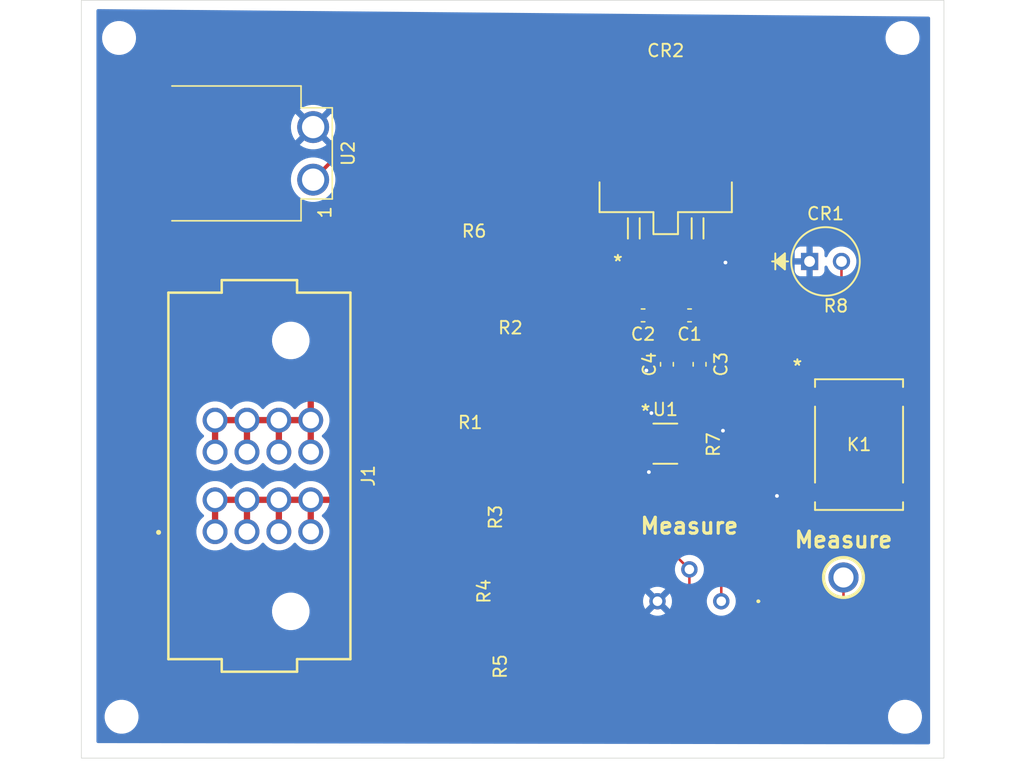
<source format=kicad_pcb>
(kicad_pcb (version 20241229) (generator "pcbnew") (generator_version "9.0")
  (layers (0 "F.Cu" signal) (2 "B.Cu" signal) (13 "F.Paste" user) (15 "B.Paste" user) (5 "F.SilkS" user "F.Silkscreen") (7 "B.SilkS" user "B.Silkscreen") (1 "F.Mask" user) (3 "B.Mask" user) (25 "Edge.Cuts" user))
  (net 0 "")
  (net 1 "01")
  (net 2 "Net-(R1-Pad2)")
  (net 3 "Net-(R3-Pad1)")
  (net 4 "Net-(R4-Pad1)")
  (net 5 "/V_DIV")
  (net 6 "Net-(K1-Pad1)")
  (net 7 "/V_IND")
  (net 8 "Net-(CR1-Pad2)")
  (net 9 "+5V")
  (net 12 "GND")
  (net 14 "/V_LOW_REF")
  (net 15 "02")
  (net 16 "Net-(R2-Pad2)")
  (net 17 "/12V Master")
  (footprint "Footprints:RES_ERA2A_PAN" (layer "F.Cu") (at 166.0699 85.8 180)
    (property "Reference" "R6" (at -0.009 1.4 0) (layer "F.SilkS"))
    (property "Value" "8.4K")
    (pad "1" smd rect (at -0.4699 0 180) (size 0.5588 0.6096) (layers "F.Cu" "F.Mask" "F.Paste") (net 16 "Net-(R2-Pad2)"))
    (pad "2" smd rect (at 0.4699 0 180) (size 0.5588 0.6096) (layers "F.Cu" "F.Mask" "F.Paste") (net 15 "02"))
  )
  (footprint "Footprints:D2PAK_STM" (layer "F.Cu") (at 181.3391 78.0812)
    (property "Reference" "CR2" (at 0 -8.0712 0) (layer "F.SilkS"))
    (property "Value" "L7805ACD2T-TR")
    (fp_line (start -5.2705 2.425049) (end -5.2705 4.8006) (stroke (width 0.1524)) (layer "F.SilkS"))
    (fp_line (start -5.2705 4.8006) (end -0.9779 4.8006) (stroke (width 0.1524)) (layer "F.SilkS"))
    (fp_line (start -3.0099 5.2832) (end -3.0099 6.9088) (stroke (width 0.1524)) (layer "F.SilkS"))
    (fp_line (start -2.0701 5.2832) (end -2.0701 6.9088) (stroke (width 0.1524)) (layer "F.SilkS"))
    (fp_line (start -0.9779 4.8006) (end -0.9779 6.5532) (stroke (width 0.1524)) (layer "F.SilkS"))
    (fp_line (start -0.9779 6.5532) (end 0.9779 6.5532) (stroke (width 0.1524)) (layer "F.SilkS"))
    (fp_line (start 0.9779 4.8006) (end 5.2705 4.8006) (stroke (width 0.1524)) (layer "F.SilkS"))
    (fp_line (start 0.9779 6.5532) (end 0.9779 4.8006) (stroke (width 0.1524)) (layer "F.SilkS"))
    (fp_line (start 2.0701 5.2832) (end 2.0701 6.9088) (stroke (width 0.1524)) (layer "F.SilkS"))
    (fp_line (start 3.0099 5.2832) (end 3.0099 6.9088) (stroke (width 0.1524)) (layer "F.SilkS"))
    (fp_line (start 5.2705 4.8006) (end 5.2705 2.425049) (stroke (width 0.1524)) (layer "F.SilkS"))
    (fp_text user "*" (at -3.81 8.763 0) (layer "F.SilkS"))
    (fp_text user "*" (at -3.81 8.763 0) (layer "F.SilkS"))
    (pad "1" smd rect (at -2.54 8.763) (size 0.9906 2.9972) (layers "F.Cu" "F.Mask" "F.Paste") (net 17 "/12V Master"))
    (pad "2" smd rect (at 2.54 8.763) (size 0.9906 2.9972) (layers "F.Cu" "F.Mask" "F.Paste") (net 12 "GND"))
    (pad "3" smd rect (at 0 -2.2479) (size 10.3378 8.7122) (layers "F.Cu" "F.Mask" "F.Paste") (net 9 "+5V"))
  )
  (footprint "Resistor_SMD:R_0201_0603Metric" (layer "F.Cu") (at 186.6391 101.51 90)
    (property "Reference" "R7" (at 0.1 -1.5 90) (layer "F.SilkS"))
    (property "Value" "1.2K")
    (pad "1" smd roundrect (at -0.32 0 90) (size 0.46 0.4) (layers "F.Cu" "F.Mask") (net 6 "Net-(K1-Pad1)"))
    (pad "2" smd roundrect (at 0.32 0 90) (size 0.46 0.4) (layers "F.Cu" "F.Mask") (net 7 "/V_IND"))
  )
  (footprint "Footprints:5005" (layer "F.Cu") (at 195.5 112)
    (property "Reference" "RED_TP1" (hide yes))
    (property "Value" "5005" (hide yes))
    (property "Measure" "Measure" (at 0 -3 0) (layer "F.SilkS") (effects (font (size 1.27 1.27) (thickness 0.254))))
    (fp_circle (center 0 0) (end 1.59 0) (stroke (width 0.254)) (fill no) (layer "F.SilkS"))
    (pad "1" thru_hole circle (at 0 0 90) (size 2.4 2.4) (drill 1.6) (layers "*.Cu" "*.Mask") (net 14 "/V_LOW_REF"))
  )
  (footprint "Resistor_SMD:R_0201_0603Metric" (layer "F.Cu") (at 165.3699 113.1)
    (property "Reference" "R4" (at 1.5 0 90) (layer "F.SilkS"))
    (property "Value" "500K")
    (pad "1" smd roundrect (at -0.32 0) (size 0.46 0.4) (layers "F.Cu" "F.Mask") (net 4 "Net-(R4-Pad1)"))
    (pad "2" smd roundrect (at 0.32 0) (size 0.46 0.4) (layers "F.Cu" "F.Mask") (net 3 "Net-(R3-Pad1)"))
  )
  (footprint "Footprints:SAMTEC_PET-02-XX-X-VT-LC" (layer "F.Cu") (at 148.97885 103.905 90)
    (property "Reference" "J1" (at 0.005 8.67 90) (layer "F.SilkS"))
    (property "Value" "PET-02-XX-X-VT-LC")
    (fp_line (start 14.605 -7.25) (end -14.605 -7.25) (stroke (width 0.2)) (layer "F.SilkS"))
    (fp_line (start -14.605 -7.25) (end -14.605 -3) (stroke (width 0.2)) (layer "F.SilkS"))
    (fp_line (start 15.605 -3) (end 14.605 -3) (stroke (width 0.2)) (layer "F.SilkS"))
    (fp_line (start 14.605 -3) (end 14.605 -7.25) (stroke (width 0.2)) (layer "F.SilkS"))
    (fp_line (start -14.605 -3) (end -15.605 -3) (stroke (width 0.2)) (layer "F.SilkS"))
    (fp_line (start -15.605 -3) (end -15.605 3) (stroke (width 0.2)) (layer "F.SilkS"))
    (fp_line (start 15.605 3) (end 15.605 -3) (stroke (width 0.2)) (layer "F.SilkS"))
    (fp_line (start 14.605 3) (end 15.605 3) (stroke (width 0.2)) (layer "F.SilkS"))
    (fp_line (start -14.605 3) (end -14.605 7.25) (stroke (width 0.2)) (layer "F.SilkS"))
    (fp_line (start -15.605 3) (end -14.605 3) (stroke (width 0.2)) (layer "F.SilkS"))
    (fp_line (start 14.605 7.25) (end 14.605 3) (stroke (width 0.2)) (layer "F.SilkS"))
    (fp_line (start -14.605 7.25) (end 14.605 7.25) (stroke (width 0.2)) (layer "F.SilkS"))
    (fp_circle (center -4.5 -8.03) (end -4.4 -8.03) (stroke (width 0.2)) (fill no) (layer "F.SilkS"))
    (pad "" np_thru_hole circle (at -10.795 2.5 90) (size 2.49 2.49) (drill 2.49) (layers "*.Cu" "*.Mask"))
    (pad "" np_thru_hole circle (at 10.795 2.5 90) (size 2.49 2.49) (drill 2.49) (layers "*.Cu" "*.Mask"))
    (pad "01_1" thru_hole circle (at -4.445 -3.53 90) (size 1.98 1.98) (drill 1.32) (layers "*.Cu" "*.Mask") (net 1 "01"))
    (pad "01_2" thru_hole circle (at -1.905 -3.53 90) (size 1.98 1.98) (drill 1.32) (layers "*.Cu" "*.Mask") (net 1 "01"))
    (pad "01_3" thru_hole circle (at -4.445 -0.99 90) (size 1.98 1.98) (drill 1.32) (layers "*.Cu" "*.Mask") (net 1 "01"))
    (pad "01_4" thru_hole circle (at -1.905 -0.99 90) (size 1.98 1.98) (drill 1.32) (layers "*.Cu" "*.Mask") (net 1 "01"))
    (pad "01_5" thru_hole circle (at -4.445 1.55 90) (size 1.98 1.98) (drill 1.32) (layers "*.Cu" "*.Mask") (net 1 "01"))
    (pad "01_6" thru_hole circle (at -1.905 1.55 90) (size 1.98 1.98) (drill 1.32) (layers "*.Cu" "*.Mask") (net 1 "01"))
    (pad "01_7" thru_hole circle (at -4.445 4.09 90) (size 1.98 1.98) (drill 1.32) (layers "*.Cu" "*.Mask") (net 1 "01"))
    (pad "01_8" thru_hole circle (at -1.905 4.09 90) (size 1.98 1.98) (drill 1.32) (layers "*.Cu" "*.Mask") (net 1 "01"))
    (pad "02_1" thru_hole circle (at 1.905 -3.53 90) (size 1.98 1.98) (drill 1.32) (layers "*.Cu" "*.Mask") (net 15 "02"))
    (pad "02_2" thru_hole circle (at 4.445 -3.53 90) (size 1.98 1.98) (drill 1.32) (layers "*.Cu" "*.Mask") (net 15 "02"))
    (pad "02_3" thru_hole circle (at 1.905 -0.99 90) (size 1.98 1.98) (drill 1.32) (layers "*.Cu" "*.Mask") (net 15 "02"))
    (pad "02_4" thru_hole circle (at 4.445 -0.99 90) (size 1.98 1.98) (drill 1.32) (layers "*.Cu" "*.Mask") (net 15 "02"))
    (pad "02_5" thru_hole circle (at 1.905 1.55 90) (size 1.98 1.98) (drill 1.32) (layers "*.Cu" "*.Mask") (net 15 "02"))
    (pad "02_6" thru_hole circle (at 4.445 1.55 90) (size 1.98 1.98) (drill 1.32) (layers "*.Cu" "*.Mask") (net 15 "02"))
    (pad "02_7" thru_hole circle (at 1.905 4.09 90) (size 1.98 1.98) (drill 1.32) (layers "*.Cu" "*.Mask") (net 15 "02"))
    (pad "02_8" thru_hole circle (at 4.445 4.09 90) (size 1.98 1.98) (drill 1.32) (layers "*.Cu" "*.Mask") (net 15 "02"))
  )
  (footprint "MountingHole:MountingHole_2.2mm_M2" (layer "F.Cu") (at 200.4 123.1)
    (property "Reference" "REF**" (hide yes))
    (property "Value" "MountingHole_2.2mm_M2")
    (pad "" np_thru_hole circle (at 0 0) (size 2.2 2.2) (drill 2.2) (layers "*.Cu" "*.Mask"))
  )
  (footprint "MountingHole:MountingHole_2.2mm_M2" (layer "F.Cu") (at 138 123.1)
    (property "Reference" "REF**" (hide yes))
    (property "Value" "MountingHole_2.2mm_M2")
    (pad "" np_thru_hole circle (at 0 0) (size 2.2 2.2) (drill 2.2) (layers "*.Cu" "*.Mask"))
  )
  (footprint "Resistor_SMD:R_0201_0603Metric" (layer "F.Cu") (at 165.7699 100.7)
    (property "Reference" "R1" (at 0 -1.05 0) (layer "F.SilkS"))
    (property "Value" "500K")
    (pad "1" smd roundrect (at -0.32 0) (size 0.46 0.4) (layers "F.Cu" "F.Mask") (net 1 "01"))
    (pad "2" smd roundrect (at 0.32 0) (size 0.46 0.4) (layers "F.Cu" "F.Mask") (net 2 "Net-(R1-Pad2)"))
  )
  (footprint "Footprints:3386P1103TLF" (layer "F.Cu") (at 185.7666 113.895)
    (property "Reference" "VR1" (hide yes))
    (property "Value" "10k" (hide yes))
    (property "Measure" "Measure" (at -2.54 -6 0) (layer "F.SilkS") (effects (font (size 1.27 1.27) (thickness 0.254))))
    (fp_line (start 2.9 0) (end 2.9 0) (stroke (width 0.2)) (layer "F.SilkS"))
    (fp_line (start 2.9 0) (end 2.9 0) (stroke (width 0.2)) (layer "F.SilkS"))
    (fp_line (start 3 0) (end 3 0) (stroke (width 0.2)) (layer "F.SilkS"))
    (fp_arc (start 2.9 0) (mid 2.95 -0.05) (end 3 0) (stroke (width 0.2)) (layer "F.SilkS"))
    (fp_arc (start 3 0) (mid 2.95 0.05) (end 2.9 0) (stroke (width 0.2)) (layer "F.SilkS"))
    (fp_arc (start 3 0) (mid 2.95 0.05) (end 2.9 0) (stroke (width 0.2)) (layer "F.SilkS"))
    (pad "1" thru_hole circle (at 0 0 90) (size 1.303 1.303) (drill 0.76) (layers "*.Cu" "*.Mask") (net 9 "+5V"))
    (pad "2" thru_hole circle (at -2.54 -2.54 90) (size 1.303 1.303) (drill 0.76) (layers "*.Cu" "*.Mask") (net 14 "/V_LOW_REF"))
    (pad "3" thru_hole circle (at -5.08 0 90) (size 1.303 1.303) (drill 0.76) (layers "*.Cu" "*.Mask") (net 12 "GND"))
  )
  (footprint "Footprints:RES_ERA2A_PAN" (layer "F.Cu") (at 168.9699 93.5)
    (property "Reference" "R2" (at 0 -1.4 0) (layer "F.SilkS"))
    (property "Value" "8.4K")
    (pad "1" smd rect (at -0.4699 0) (size 0.5588 0.6096) (layers "F.Cu" "F.Mask" "F.Paste") (net 5 "/V_DIV"))
    (pad "2" smd rect (at 0.4699 0) (size 0.5588 0.6096) (layers "F.Cu" "F.Mask" "F.Paste") (net 16 "Net-(R2-Pad2)"))
  )
  (footprint "Resistor_SMD:R_0201_0603Metric" (layer "F.Cu") (at 194.8941 91.41)
    (property "Reference" "R8" (at 0 -1.05 0) (layer "F.SilkS"))
    (property "Value" "200")
    (pad "1" smd roundrect (at -0.32 0) (size 0.46 0.4) (layers "F.Cu" "F.Mask") (net 9 "+5V"))
    (pad "2" smd roundrect (at 0.32 0) (size 0.46 0.4) (layers "F.Cu" "F.Mask") (net 8 "Net-(CR1-Pad2)"))
  )
  (footprint "Capacitor_SMD:C_0603_1608Metric" (layer "F.Cu") (at 179.5391 91.11 180)
    (property "Reference" "C2" (at 0 -1.5 0) (layer "F.SilkS"))
    (property "Value" "0.33uF")
    (fp_line (start -0.14058 0.51) (end 0.14058 0.51) (stroke (width 0.12)) (layer "F.SilkS"))
    (fp_line (start -0.14058 -0.51) (end 0.14058 -0.51) (stroke (width 0.12)) (layer "F.SilkS"))
    (pad "1" smd roundrect (at -0.775 0 180) (size 0.9 0.95) (layers "F.Cu" "F.Mask" "F.Paste") (net 12 "GND"))
    (pad "2" smd roundrect (at 0.775 0 180) (size 0.9 0.95) (layers "F.Cu" "F.Mask" "F.Paste") (net 17 "/12V Master"))
  )
  (footprint "Footprints:IPBT-102-H1-XX-S-RA" (layer "F.Cu") (at 141.5 78.2 90)
    (property "Reference" "U2" (at 0 14.54885 90) (layer "F.SilkS"))
    (property "Value" "IPBT-102-H1-XX-S-RA")
    (fp_line (start -5.3721 0.508) (end -5.3721 10.795) (stroke (width 0.127)) (layer "F.SilkS"))
    (fp_line (start 5.3721 10.795) (end 5.3721 0.508) (stroke (width 0.127)) (layer "F.SilkS"))
    (fp_line (start 3.6322 10.795) (end 5.3721 10.795) (stroke (width 0.127)) (layer "F.SilkS"))
    (fp_line (start -3.6322 10.795) (end -3.6322 13.2842) (stroke (width 0.127)) (layer "F.SilkS"))
    (fp_line (start -5.3721 10.795) (end -3.6322 10.795) (stroke (width 0.127)) (layer "F.SilkS"))
    (fp_line (start 3.6322 13.2842) (end 3.6322 10.795) (stroke (width 0.127)) (layer "F.SilkS"))
    (fp_line (start -3.6322 13.2842) (end 3.6322 13.2842) (stroke (width 0.127)) (layer "F.SilkS"))
    (fp_text user "1" (at -4.699 12.7 90) (layer "F.SilkS"))
    (pad "1" thru_hole circle (at -2.0955 11.7602 90) (size 2.54 2.54) (drill 1.778) (layers "*.Cu" "*.Mask") (net 17 "/12V Master"))
    (pad "2" thru_hole circle (at 2.0955 11.7602 90) (size 2.54 2.54) (drill 1.778) (layers "*.Cu" "*.Mask") (net 12 "GND"))
  )
  (footprint "MountingHole:MountingHole_2.2mm_M2" (layer "F.Cu") (at 200.2 69)
    (property "Reference" "REF**" (hide yes))
    (property "Value" "MountingHole_2.2mm_M2")
    (pad "" np_thru_hole circle (at 0 0) (size 2.2 2.2) (drill 2.2) (layers "*.Cu" "*.Mask"))
  )
  (footprint "MountingHole:MountingHole_2.2mm_M2" (layer "F.Cu") (at 137.8 69)
    (property "Reference" "REF**" (hide yes))
    (property "Value" "MountingHole_2.2mm_M2")
    (pad "" np_thru_hole circle (at 0 0) (size 2.2 2.2) (drill 2.2) (layers "*.Cu" "*.Mask"))
  )
  (footprint "Resistor_SMD:R_0201_0603Metric" (layer "F.Cu") (at 169.5848 119.1 180)
    (property "Reference" "R5" (at 1.42 0 90) (layer "F.SilkS"))
    (property "Value" "500K")
    (pad "1" smd roundrect (at -0.32 0 180) (size 0.46 0.4) (layers "F.Cu" "F.Mask") (net 5 "/V_DIV"))
    (pad "2" smd roundrect (at 0.32 0 180) (size 0.46 0.4) (layers "F.Cu" "F.Mask") (net 4 "Net-(R4-Pad1)"))
  )
  (footprint "Capacitor_SMD:C_0603_1608Metric" (layer "F.Cu") (at 181.4391 95.01 90)
    (property "Reference" "C4" (at 0 -1.4 90) (layer "F.SilkS"))
    (property "Value" "1uF")
    (fp_line (start -0.14058 -0.51) (end 0.14058 -0.51) (stroke (width 0.12)) (layer "F.SilkS"))
    (fp_line (start -0.14058 0.51) (end 0.14058 0.51) (stroke (width 0.12)) (layer "F.SilkS"))
    (pad "1" smd roundrect (at -0.775 0 90) (size 0.9 0.95) (layers "F.Cu" "F.Mask" "F.Paste") (net 12 "GND"))
    (pad "2" smd roundrect (at 0.775 0 90) (size 0.9 0.95) (layers "F.Cu" "F.Mask" "F.Paste") (net 9 "+5V"))
  )
  (footprint "Footprints:SOP_VORA1150-X017T_VIS" (layer "F.Cu") (at 196.7391 101.41)
    (property "Reference" "K1" (at 0 0 0) (layer "F.SilkS"))
    (property "Value" "VORA1150-X017T")
    (fp_line (start -3.5052 -5.207) (end -3.5052 -4.591165) (stroke (width 0.1524)) (layer "F.SilkS"))
    (fp_line (start -3.5052 -3.028835) (end -3.5052 3.028835) (stroke (width 0.1524)) (layer "F.SilkS"))
    (fp_line (start -3.5052 4.591165) (end -3.5052 5.207) (stroke (width 0.1524)) (layer "F.SilkS"))
    (fp_line (start -3.5052 5.207) (end 3.5052 5.207) (stroke (width 0.1524)) (layer "F.SilkS"))
    (fp_line (start 3.5052 -5.207) (end -3.5052 -5.207) (stroke (width 0.1524)) (layer "F.SilkS"))
    (fp_line (start 3.5052 -4.591165) (end 3.5052 -5.207) (stroke (width 0.1524)) (layer "F.SilkS"))
    (fp_line (start 3.5052 3.028835) (end 3.5052 -3.028835) (stroke (width 0.1524)) (layer "F.SilkS"))
    (fp_line (start 3.5052 5.207) (end 3.5052 4.591165) (stroke (width 0.1524)) (layer "F.SilkS"))
    (fp_text user "*" (at -4.9149 -6.2484 0) (layer "F.SilkS"))
    (fp_text user "*" (at -4.9149 -6.2484 0) (layer "F.SilkS"))
    (pad "1" smd rect (at -4.6609 -3.81) (size 1.7018 1.2954) (layers "F.Cu" "F.Mask" "F.Paste") (net 6 "Net-(K1-Pad1)"))
    (pad "2" smd rect (at -4.6609 3.81) (size 1.7018 1.2954) (layers "F.Cu" "F.Mask" "F.Paste") (net 12 "GND"))
    (pad "3" smd rect (at 4.6609 3.81) (size 1.7018 1.2954) (layers "F.Cu" "F.Mask" "F.Paste") (net 12 "GND"))
    (pad "4" smd rect (at 4.6609 -3.81) (size 1.7018 1.2954) (layers "F.Cu" "F.Mask" "F.Paste") (net 9 "+5V"))
  )
  (footprint "Resistor_SMD:R_0201_0603Metric" (layer "F.Cu") (at 169.2848 107.2 180)
    (property "Reference" "R3" (at 1.5 0 90) (layer "F.SilkS"))
    (property "Value" "500K")
    (pad "1" smd roundrect (at -0.32 0 180) (size 0.46 0.4) (layers "F.Cu" "F.Mask") (net 3 "Net-(R3-Pad1)"))
    (pad "2" smd roundrect (at 0.32 0 180) (size 0.46 0.4) (layers "F.Cu" "F.Mask") (net 2 "Net-(R1-Pad2)"))
  )
  (footprint "Footprints:LED_AVAGO_HLMP_XX08_AVA" (layer "F.Cu") (at 192.79935 86.81)
    (property "Reference" "CR1" (at 1.27 -3.8 0) (layer "F.SilkS"))
    (property "Value" "HLMP-EG08-WZ000")
    (fp_line (start -2.7305 -0.635) (end -2.7305 0.635) (stroke (width 0.1524)) (layer "F.SilkS"))
    (fp_line (start -2.7305 0) (end -1.9685 -0.635) (stroke (width 0.1524)) (layer "F.SilkS"))
    (fp_line (start -2.7305 0) (end -1.9685 -0.508) (stroke (width 0.1524)) (layer "F.SilkS"))
    (fp_line (start -2.7305 0) (end -1.9685 -0.381) (stroke (width 0.1524)) (layer "F.SilkS"))
    (fp_line (start -2.7305 0) (end -1.9685 -0.254) (stroke (width 0.1524)) (layer "F.SilkS"))
    (fp_line (start -2.7305 0) (end -1.9685 -0.127) (stroke (width 0.1524)) (layer "F.SilkS"))
    (fp_line (start -2.7305 0) (end -1.9685 0.127) (stroke (width 0.1524)) (layer "F.SilkS"))
    (fp_line (start -2.7305 0) (end -1.9685 0.254) (stroke (width 0.1524)) (layer "F.SilkS"))
    (fp_line (start -2.7305 0) (end -1.9685 0.381) (stroke (width 0.1524)) (layer "F.SilkS"))
    (fp_line (start -2.7305 0) (end -1.9685 0.508) (stroke (width 0.1524)) (layer "F.SilkS"))
    (fp_line (start -2.7305 0) (end -1.9685 0.635) (stroke (width 0.1524)) (layer "F.SilkS"))
    (fp_line (start -1.9685 -0.635) (end -1.9685 0.635) (stroke (width 0.1524)) (layer "F.SilkS"))
    (fp_line (start -1.7145 0) (end -2.9845 0) (stroke (width 0.1524)) (layer "F.SilkS"))
    (fp_circle (center 1.27 0) (end 4.0005 0) (stroke (width 0.1524)) (fill no) (layer "F.SilkS"))
    (pad "1" thru_hole rect (at 0 0) (size 1.3716 1.3716) (drill 0.8636) (layers "*.Cu" "*.Mask") (net 12 "GND"))
    (pad "2" thru_hole circle (at 2.54 0) (size 1.3716 1.3716) (drill 0.8636) (layers "*.Cu" "*.Mask") (net 8 "Net-(CR1-Pad2)"))
  )
  (footprint "Footprints:SOT-23-THIN8_DDF_TEX" (layer "F.Cu") (at 181.31195 101.335021)
    (property "Reference" "U1" (at 0 -2.725021 0) (layer "F.SilkS"))
    (property "Value" "LM393LVQDDFRQ1")
    (fp_line (start -0.9525 1.6002) (end 0.9525 1.6002) (stroke (width 0.1524)) (layer "F.SilkS"))
    (fp_line (start 0.9525 -1.6002) (end -0.9525 -1.6002) (stroke (width 0.1524)) (layer "F.SilkS"))
    (fp_text user "*" (at -1.58115 -2.575179 0) (layer "F.SilkS"))
    (fp_text user "*" (at -1.58115 -2.575179 0) (layer "F.SilkS"))
    (pad "1" smd rect (at -1.32715 -0.974979) (size 1.0033 0.4572) (layers "F.Cu" "F.Mask" "F.Paste") (net 7 "/V_IND"))
    (pad "2" smd rect (at -1.32715 -0.324993) (size 1.0033 0.4572) (layers "F.Cu" "F.Mask" "F.Paste") (net 14 "/V_LOW_REF"))
    (pad "3" smd rect (at -1.32715 0.324993) (size 1.0033 0.4572) (layers "F.Cu" "F.Mask" "F.Paste") (net 5 "/V_DIV"))
    (pad "4" smd rect (at -1.32715 0.974979) (size 1.0033 0.4572) (layers "F.Cu" "F.Mask" "F.Paste") (net 12 "GND"))
    (pad "5" smd rect (at 1.32715 0.974979) (size 1.0033 0.4572) (layers "F.Cu" "F.Mask" "F.Paste"))
    (pad "6" smd rect (at 1.32715 0.324993) (size 1.0033 0.4572) (layers "F.Cu" "F.Mask" "F.Paste"))
    (pad "7" smd rect (at 1.32715 -0.324993) (size 1.0033 0.4572) (layers "F.Cu" "F.Mask" "F.Paste"))
    (pad "8" smd rect (at 1.32715 -0.974979) (size 1.0033 0.4572) (layers "F.Cu" "F.Mask" "F.Paste") (net 9 "+5V"))
  )
  (footprint "Capacitor_SMD:C_0603_1608Metric" (layer "F.Cu") (at 183.2391 91.11 180)
    (property "Reference" "C1" (at 0 -1.5 0) (layer "F.SilkS"))
    (property "Value" "1uF")
    (fp_line (start -0.14058 0.51) (end 0.14058 0.51) (stroke (width 0.12)) (layer "F.SilkS"))
    (fp_line (start -0.14058 -0.51) (end 0.14058 -0.51) (stroke (width 0.12)) (layer "F.SilkS"))
    (pad "1" smd roundrect (at -0.775 0 180) (size 0.9 0.95) (layers "F.Cu" "F.Mask" "F.Paste") (net 9 "+5V"))
    (pad "2" smd roundrect (at 0.775 0 180) (size 0.9 0.95) (layers "F.Cu" "F.Mask" "F.Paste") (net 12 "GND"))
  )
  (footprint "Capacitor_SMD:C_0603_1608Metric" (layer "F.Cu") (at 184.0391 95.01 90)
    (property "Reference" "C3" (at 0 1.7 90) (layer "F.SilkS"))
    (property "Value" "0.1uF")
    (fp_line (start -0.14058 -0.51) (end 0.14058 -0.51) (stroke (width 0.12)) (layer "F.SilkS"))
    (fp_line (start -0.14058 0.51) (end 0.14058 0.51) (stroke (width 0.12)) (layer "F.SilkS"))
    (pad "1" smd roundrect (at -0.775 0 90) (size 0.9 0.95) (layers "F.Cu" "F.Mask" "F.Paste") (net 12 "GND"))
    (pad "2" smd roundrect (at 0.775 0 90) (size 0.9 0.95) (layers "F.Cu" "F.Mask" "F.Paste") (net 9 "+5V"))
  )
  (gr_rect (start 134.8 66) (end 203.5 126.4) (stroke (width 0.05)) (fill no) (layer "Edge.Cuts"))
  (segment (start 145.44885 105.81) (end 145.44885 108.35) (width 0.5) (layer "F.Cu") (net 1))
  (segment (start 150.52885 105.81) (end 153.06885 105.81) (width 0.5) (layer "F.Cu") (net 1))
  (segment (start 163 100.7) (end 165.4089 100.7) (width 0.5) (layer "F.Cu") (net 1))
  (segment (start 147.98885 105.81) (end 147.98885 108.35) (width 0.5) (layer "F.Cu") (net 1))
  (segment (start 145.44885 105.81) (end 147.98885 105.81) (width 0.5) (layer "F.Cu") (net 1))
  (segment (start 157.89 105.81) (end 163 100.7) (width 0.5) (layer "F.Cu") (net 1))
  (segment (start 153.06885 105.81) (end 157.89 105.81) (width 0.5) (layer "F.Cu") (net 1))
  (segment (start 150.52885 105.81) (end 150.52885 108.35) (width 0.5) (layer "F.Cu") (net 1))
  (segment (start 153.06885 105.81) (end 153.06885 108.35) (width 0.5) (layer "F.Cu") (net 1))
  (segment (start 147.98885 105.81) (end 150.52885 105.81) (width 0.5) (layer "F.Cu") (net 1))
  (segment (start 168.9648 102.7648) (end 168.9648 107.2) (width 0.3) (layer "F.Cu") (net 2))
  (segment (start 166.0899 100.7) (end 166.9 100.7) (width 0.3) (layer "F.Cu") (net 2))
  (segment (start 166.9 100.7) (end 168.9648 102.7648) (width 0.3) (layer "F.Cu") (net 2))
  (segment (start 169.6048 109.1851) (end 165.6899 113.1) (width 0.3) (layer "F.Cu") (net 3))
  (segment (start 169.6048 107.2) (end 169.6048 109.1851) (width 0.3) (layer "F.Cu") (net 3))
  (segment (start 165.0499 113.1) (end 165.0499 114.8851) (width 0.3) (layer "F.Cu") (net 4))
  (segment (start 165.0499 114.8851) (end 169.2648 119.1) (width 0.3) (layer "F.Cu") (net 4))
  (segment (start 176.060014 101.660014) (end 174.4 103.320028) (width 0.3) (layer "F.Cu") (net 5))
  (segment (start 176.060014 101.660014) (end 179.9848 101.660014) (width 0.3) (layer "F.Cu") (net 5))
  (segment (start 172.9 111.6) (end 172.9 117) (width 0.3) (layer "F.Cu") (net 5))
  (segment (start 174.4 110.1) (end 172.9 111.6) (width 0.3) (layer "F.Cu") (net 5))
  (segment (start 171.6952 97.3) (end 171.7 97.3) (width 0.3) (layer "F.Cu") (net 5))
  (segment (start 168.5 94.1048) (end 171.6952 97.3) (width 0.3) (layer "F.Cu") (net 5))
  (segment (start 171.7 97.3) (end 176.060014 101.660014) (width 0.3) (layer "F.Cu") (net 5))
  (segment (start 172.9 117) (end 170.8 119.1) (width 0.3) (layer "F.Cu") (net 5))
  (segment (start 168.5 93.5) (end 168.5 94.1048) (width 0.3) (layer "F.Cu") (net 5))
  (segment (start 170.8 119.1) (end 169.9048 119.1) (width 0.3) (layer "F.Cu") (net 5))
  (segment (start 174.4 103.320028) (end 174.4 110.1) (width 0.3) (layer "F.Cu") (net 5))
  (segment (start 187.8482 101.83) (end 192.0782 97.6) (width 0.2) (layer "F.Cu") (net 6))
  (segment (start 186.6391 101.83) (end 187.8482 101.83) (width 0.2) (layer "F.Cu") (net 6))
  (segment (start 186.6391 101.0391) (end 185.9 100.3) (width 0.2) (layer "F.Cu") (net 7))
  (segment (start 179.9848 99.1152) (end 180.2 98.9) (width 0.2) (layer "F.Cu") (net 7))
  (segment (start 186.6391 101.19) (end 186.6391 101.0391) (width 0.2) (layer "F.Cu") (net 7))
  (segment (start 179.9848 100.360042) (end 179.9848 99.1152) (width 0.2) (layer "F.Cu") (net 7))
  (via (at 185.9 100.3) (size 0.6) (drill 0.3) (layers "F.Cu" "B.Cu") (net 7))
  (via (at 180.2 98.9) (size 0.6) (drill 0.3) (layers "F.Cu" "B.Cu") (net 7))
  (segment (start 184.5 98.9) (end 185.9 100.3) (width 0.2) (layer "B.Cu") (net 7))
  (segment (start 180.2 98.9) (end 184.5 98.9) (width 0.2) (layer "B.Cu") (net 7))
  (segment (start 195.33935 91.28475) (end 195.2141 91.41) (width 0.2) (layer "F.Cu") (net 8))
  (segment (start 195.33935 86.81) (end 195.33935 91.28475) (width 0.2) (layer "F.Cu") (net 8))
  (segment (start 194.01 91.11) (end 184.0141 91.11) (width 0.2) (layer "F.Cu") (net 9))
  (segment (start 181.4391 94.235) (end 184.0391 94.235) (width 0.2) (layer "F.Cu") (net 9))
  (segment (start 201.4 97.6) (end 200.3491 97.6) (width 0.2) (layer "F.Cu") (net 9))
  (segment (start 194.5741 91.41) (end 194.31 91.41) (width 0.2) (layer "F.Cu") (net 9))
  (segment (start 194.31 91.41) (end 194.01 91.11) (width 0.2) (layer "F.Cu") (net 9))
  (segment (start 184.0141 91.11) (end 181.3391 88.435) (width 0.2) (layer "F.Cu") (net 9))
  (segment (start 184.0391 91.135) (end 184.0141 91.11) (width 0.2) (layer "F.Cu") (net 9))
  (segment (start 185.7666 102.805278) (end 183.321364 100.360042) (width 0.2) (layer "F.Cu") (net 9))
  (segment (start 183.321364 100.360042) (end 182.6391 100.360042) (width 0.2) (layer "F.Cu") (net 9))
  (segment (start 184.0391 94.235) (end 184.9 95.0959) (width 0.2) (layer "F.Cu") (net 9))
  (segment (start 184.9 95.0959) (end 184.9 98.781406) (width 0.2) (layer "F.Cu") (net 9))
  (segment (start 184.9 98.781406) (end 183.321364 100.360042) (width 0.2) (layer "F.Cu") (net 9))
  (segment (start 200.3491 97.6) (end 194.5741 91.825) (width 0.2) (layer "F.Cu") (net 9))
  (segment (start 184.0391 94.235) (end 184.0391 91.135) (width 0.2) (layer "F.Cu") (net 9))
  (segment (start 194.5741 91.825) (end 194.5741 91.41) (width 0.2) (layer "F.Cu") (net 9))
  (segment (start 181.3391 88.435) (end 181.3391 75.8333) (width 0.2) (layer "F.Cu") (net 9))
  (segment (start 185.7666 113.895) (end 185.7666 102.805278) (width 0.2) (layer "F.Cu") (net 9))
  (segment (start 186.0442 86.8442) (end 186.1 86.9) (width 0.2) (layer "F.Cu") (net 12))
  (segment (start 179.8 91.6241) (end 179.8 95.5) (width 0.2) (layer "F.Cu") (net 12))
  (segment (start 192.0782 105.22) (end 190.48 105.22) (width 0.2) (layer "F.Cu") (net 12))
  (segment (start 192.79935 86.81) (end 186.19 86.81) (width 0.2) (layer "F.Cu") (net 12))
  (segment (start 192.0782 105.22) (end 201.4 105.22) (width 0.2) (layer "F.Cu") (net 12))
  (segment (start 179.9848 103.5848) (end 180 103.6) (width 0.2) (layer "F.Cu") (net 12))
  (segment (start 181.4391 95.785) (end 180.085 95.785) (width 0.2) (layer "F.Cu") (net 12))
  (segment (start 180.3141 91.11) (end 179.8 91.6241) (width 0.2) (layer "F.Cu") (net 12))
  (segment (start 190.48 105.22) (end 190.2 105.5) (width 0.2) (layer "F.Cu") (net 12))
  (segment (start 186.19 86.81) (end 186.1 86.9) (width 0.2) (layer "F.Cu") (net 12))
  (segment (start 183.8791 86.8442) (end 186.0442 86.8442) (width 0.2) (layer "F.Cu") (net 12))
  (segment (start 180.085 95.785) (end 179.8 95.5) (width 0.2) (layer "F.Cu") (net 12))
  (segment (start 192.76515 86.8442) (end 192.79935 86.81) (width 0.2) (layer "F.Cu") (net 12))
  (segment (start 182.4641 91.11) (end 180.3141 91.11) (width 0.2) (layer "F.Cu") (net 12))
  (segment (start 179.9848 102.31) (end 179.9848 103.5848) (width 0.2) (layer "F.Cu") (net 12))
  (segment (start 181.4391 95.785) (end 184.0391 95.785) (width 0.2) (layer "F.Cu") (net 12))
  (via (at 179.8 95.5) (size 0.6) (drill 0.3) (layers "F.Cu" "B.Cu") (net 12))
  (via (at 190.2 105.5) (size 0.6) (drill 0.3) (layers "F.Cu" "B.Cu") (net 12))
  (via (at 186.1 86.9) (size 0.6) (drill 0.3) (layers "F.Cu" "B.Cu") (net 12))
  (via (at 180 103.6) (size 0.6) (drill 0.3) (layers "F.Cu" "B.Cu") (net 12))
  (segment (start 181.4 109.5284) (end 181.4 101.1) (width 0.2) (layer "F.Cu") (net 14))
  (segment (start 183.2266 115.4266) (end 183.8 116) (width 0.2) (layer "F.Cu") (net 14))
  (segment (start 194.4 116) (end 194.4 115.9) (width 0.2) (layer "F.Cu") (net 14))
  (segment (start 183.2266 111.355) (end 181.4 109.5284) (width 0.2) (layer "F.Cu") (net 14))
  (segment (start 183.2266 111.355) (end 183.2266 115.4266) (width 0.2) (layer "F.Cu") (net 14))
  (segment (start 195.5 114.8) (end 195.5 112) (width 0.2) (layer "F.Cu") (net 14))
  (segment (start 194.4 115.9) (end 195.5 114.8) (width 0.2) (layer "F.Cu") (net 14))
  (segment (start 181.4 101.1) (end 181.310028 101.010028) (width 0.2) (layer "F.Cu") (net 14))
  (segment (start 183.8 116) (end 194.4 116) (width 0.2) (layer "F.Cu") (net 14))
  (segment (start 181.310028 101.010028) (end 179.9848 101.010028) (width 0.2) (layer "F.Cu") (net 14))
  (segment (start 165.1 85.8) (end 165.6 85.8) (width 0.5) (layer "F.Cu") (net 15))
  (segment (start 150.52885 99.46) (end 150.52885 102) (width 0.5) (layer "F.Cu") (net 15))
  (segment (start 153.06885 99.46) (end 153.06885 97.83115) (width 0.5) (layer "F.Cu") (net 15))
  (segment (start 145.44885 99.46) (end 147.98885 99.46) (width 0.5) (layer "F.Cu") (net 15))
  (segment (start 147.98885 99.46) (end 147.98885 102) (width 0.5) (layer "F.Cu") (net 15))
  (segment (start 145.44885 99.46) (end 145.44885 102) (width 0.5) (layer "F.Cu") (net 15))
  (segment (start 153.06885 97.83115) (end 165.1 85.8) (width 0.5) (layer "F.Cu") (net 15))
  (segment (start 153.06885 99.46) (end 153.06885 102) (width 0.5) (layer "F.Cu") (net 15))
  (segment (start 147.98885 99.46) (end 150.52885 99.46) (width 0.5) (layer "F.Cu") (net 15))
  (segment (start 150.52885 99.46) (end 153.06885 99.46) (width 0.5) (layer "F.Cu") (net 15))
  (segment (start 166.5398 86.9398) (end 169.9 90.3) (width 0.3) (layer "F.Cu") (net 16))
  (segment (start 169.9 93.0398) (end 169.4398 93.5) (width 0.3) (layer "F.Cu") (net 16))
  (segment (start 166.5398 85.8) (end 166.5398 86.9398) (width 0.3) (layer "F.Cu") (net 16))
  (segment (start 169.9 90.3) (end 169.9 93.0398) (width 0.3) (layer "F.Cu") (net 16))
  (segment (start 155.0557 78.5) (end 153.2602 80.2955) (width 0.3) (layer "F.Cu") (net 17))
  (segment (start 172.2 78.5) (end 155.0557 78.5) (width 0.3) (layer "F.Cu") (net 17))
  (segment (start 178.7641 86.8792) (end 178.7991 86.8442) (width 0.2) (layer "F.Cu") (net 17))
  (segment (start 172.2 80.2451) (end 172.2 78.5) (width 0.3) (layer "F.Cu") (net 17))
  (segment (start 178.7641 91.11) (end 178.7641 86.8792) (width 0.2) (layer "F.Cu") (net 17))
  (segment (start 178.7991 86.8442) (end 172.2 80.2451) (width 0.3) (layer "F.Cu") (net 17))
  (zone (net 12) (net_name "GND") (layer "B.Cu") (connect_pads (clearance 0.5)) (min_thickness 0.25) (fill yes (thermal_gap 0.5) (thermal_bridge_width 0.5))
    (polygon (pts (xy 202.4 67.3) (xy 202.4 125.3) (xy 136 125.2) (xy 136 66.7)))
  )
)
</source>
